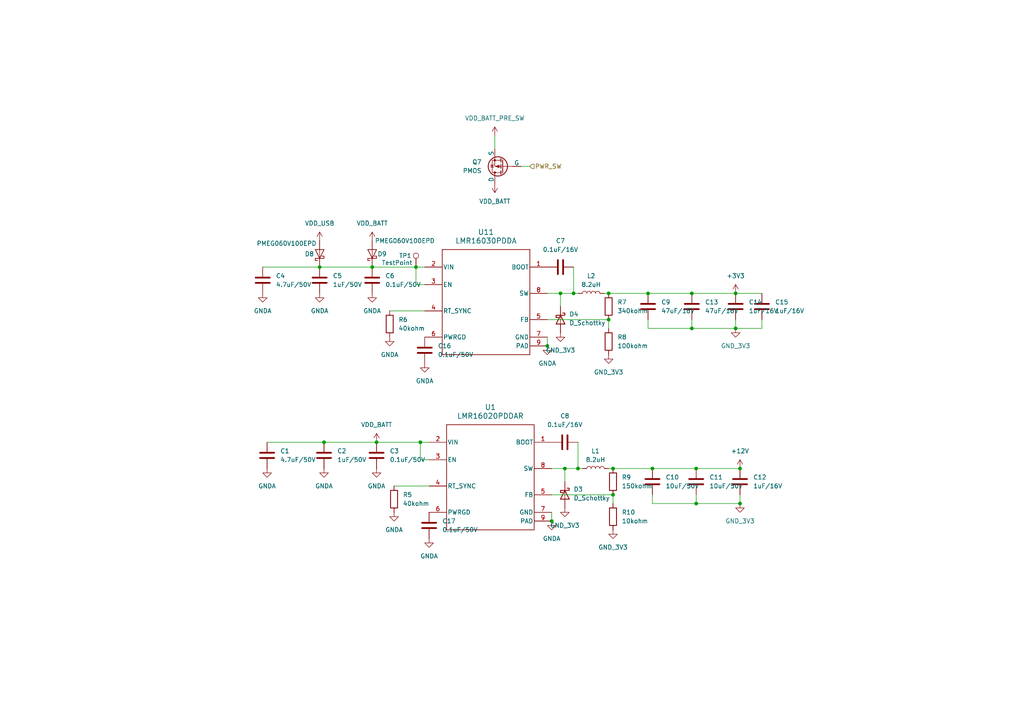
<source format=kicad_sch>
(kicad_sch (version 20231120) (generator "eeschema") (generator_version "8.0")
  (paper "A4")
  (lib_symbols
    (symbol "Connector:TestPoint" (pin_numbers hide) (pin_names (offset 0.762) hide)
      (property "Reference" "TP" (at 0 6.858 0))
      (property "Value" "TestPoint" (at 0 5.08 0))
      (symbol "TestPoint_0_1"
        (circle (center 0 3.302) (radius 0.762))
      )
      (symbol "TestPoint_1_1"
        (pin passive line (at 0 0 90) (length 2.54) (name "1") (number "1"))
      )
    )
    (symbol "Device:C" (pin_numbers hide) (pin_names (offset 0.254))
      (property "Reference" "C" (at 0.635 2.54 0))
      (property "Value" "C" (at 0.635 -2.54 0))
      (symbol "C_0_1"
        (polyline (pts (xy -2.032 -0.762) (xy 2.032 -0.762)) (stroke (width 0.508)))
        (polyline (pts (xy -2.032 0.762) (xy 2.032 0.762)) (stroke (width 0.508)))
      )
      (symbol "C_1_1"
        (pin passive line (at 0 3.81 270) (length 2.794) (name "~") (number "1"))
        (pin passive line (at 0 -3.81 90) (length 2.794) (name "~") (number "2"))
      )
    )
    (symbol "Device:D_Schottky" (pin_numbers hide) (pin_names (offset 1.016) hide)
      (property "Reference" "D" (at 0 2.54 0))
      (property "Value" "D_Schottky" (at 0 -2.54 0))
      (symbol "D_Schottky_0_1"
        (polyline (pts (xy 1.27 0) (xy -1.27 0)))
        (polyline (pts (xy 1.27 1.27) (xy 1.27 -1.27) (xy -1.27 0) (xy 1.27 1.27)) (stroke (width 0.254)))
        (polyline (pts (xy -1.905 0.635) (xy -1.905 1.27) (xy -1.27 1.27) (xy -1.27 -1.27) (xy -0.635 -1.27) (xy -0.635 -0.635)) (stroke (width 0.254)))
      )
      (symbol "D_Schottky_1_1"
        (pin passive line (at -3.81 0 0) (length 2.54) (name "K") (number "1"))
        (pin passive line (at 3.81 0 180) (length 2.54) (name "A") (number "2"))
      )
    )
    (symbol "Device:L" (pin_numbers hide) (pin_names (offset 1.016) hide)
      (property "Reference" "L" (at -1.27 0 90))
      (property "Value" "L" (at 1.905 0 90))
      (symbol "L_0_1"
        (arc (start 0 -2.54) (mid 0.6323 -1.905) (end 0 -1.27))
        (arc (start 0 -1.27) (mid 0.6323 -0.635) (end 0 0))
        (arc (start 0 0) (mid 0.6323 0.635) (end 0 1.27))
        (arc (start 0 1.27) (mid 0.6323 1.905) (end 0 2.54))
      )
      (symbol "L_1_1"
        (pin passive line (at 0 3.81 270) (length 1.27) (name "1") (number "1"))
        (pin passive line (at 0 -3.81 90) (length 1.27) (name "2") (number "2"))
      )
    )
    (symbol "Device:R" (pin_numbers hide) (pin_names (offset 0))
      (property "Reference" "R" (at 2.032 0 90))
      (property "Value" "R" (at 0 0 90))
      (symbol "R_0_1"
        (rectangle (start -1.016 -2.54) (end 1.016 2.54) (stroke (width 0.254)))
      )
      (symbol "R_1_1"
        (pin passive line (at 0 3.81 270) (length 1.27) (name "~") (number "1"))
        (pin passive line (at 0 -3.81 90) (length 1.27) (name "~") (number "2"))
      )
    )
    (symbol "Diode:PMEG060V100EPD" (pin_numbers hide) (pin_names hide)
      (property "Reference" "D" (at 0 2.54 0))
      (property "Value" "PMEG060V100EPD" (at 0 -2.54 0))
      (symbol "PMEG060V100EPD_0_1"
        (polyline (pts (xy 1.27 0) (xy -1.27 0)))
        (polyline (pts (xy 1.27 1.27) (xy 1.27 -1.27) (xy -1.27 0) (xy 1.27 1.27)) (stroke (width 0.2032)))
        (polyline (pts (xy -1.905 0.635) (xy -1.905 1.27) (xy -1.27 1.27) (xy -1.27 -1.27) (xy -0.635 -1.27) (xy -0.635 -0.635)) (stroke (width 0.2032)))
      )
      (symbol "PMEG060V100EPD_1_1"
        (pin passive line (at 3.81 0 180) (length 2.54) (name "A") (number "1"))
        (pin passive line (at 3.81 0 180) (length 2.54) hide (name "A") (number "2"))
        (pin passive line (at -3.81 0 0) (length 2.54) (name "K") (number "3"))
      )
    )
    (symbol "LMR16020PDDAR:LMR16020PDDAR" (pin_names (offset 0.254))
      (property "Reference" "U" (at 0 2.54 0))
      (property "Value" "LMR16020PDDAR" (at 0 0 0))
      (symbol "LMR16020PDDAR_0_1"
        (polyline (pts (xy -12.7 -15.24) (xy 12.7 -15.24)) (stroke (width 0.2032)))
        (polyline (pts (xy -12.7 15.24) (xy -12.7 -15.24)) (stroke (width 0.2032)))
        (polyline (pts (xy 12.7 -15.24) (xy 12.7 15.24)) (stroke (width 0.2032)))
        (polyline (pts (xy 12.7 15.24) (xy -12.7 15.24)) (stroke (width 0.2032)))
        (pin unspecified line (at 17.78 10.16 180) (length 5.08) (name "BOOT") (number "1"))
        (pin power_in line (at -17.78 10.16 0) (length 5.08) (name "VIN") (number "2"))
        (pin input line (at -17.78 5.08 0) (length 5.08) (name "EN") (number "3"))
        (pin unspecified line (at -17.78 -2.54 0) (length 5.08) (name "RT_SYNC") (number "4"))
        (pin input line (at 17.78 -5.08 180) (length 5.08) (name "FB") (number "5"))
        (pin output line (at -17.78 -10.16 0) (length 5.08) (name "PWRGD") (number "6"))
        (pin power_in line (at 17.78 -10.16 180) (length 5.08) (name "GND") (number "7"))
        (pin power_in line (at 17.78 2.54 180) (length 5.08) (name "SW") (number "8"))
        (pin power_in line (at 17.78 -12.7 180) (length 5.08) (name "PAD") (number "9"))
      )
    )
    (symbol "LMR16030PDDA:LMR16030PDDA" (pin_names (offset 0.254))
      (property "Reference" "U" (at 0 2.54 0))
      (property "Value" "LMR16030PDDA" (at 0 0 0))
      (symbol "LMR16030PDDA_0_1"
        (polyline (pts (xy -12.7 -15.24) (xy 12.7 -15.24)) (stroke (width 0.2032)))
        (polyline (pts (xy -12.7 15.24) (xy -12.7 -15.24)) (stroke (width 0.2032)))
        (polyline (pts (xy 12.7 -15.24) (xy 12.7 15.24)) (stroke (width 0.2032)))
        (polyline (pts (xy 12.7 15.24) (xy -12.7 15.24)) (stroke (width 0.2032)))
        (pin unspecified line (at 17.78 10.16 180) (length 5.08) (name "BOOT") (number "1"))
        (pin power_in line (at -17.78 10.16 0) (length 5.08) (name "VIN") (number "2"))
        (pin input line (at -17.78 5.08 0) (length 5.08) (name "EN") (number "3"))
        (pin unspecified line (at -17.78 -2.54 0) (length 5.08) (name "RT_SYNC") (number "4"))
        (pin input line (at 17.78 -5.08 180) (length 5.08) (name "FB") (number "5"))
        (pin output line (at -17.78 -10.16 0) (length 5.08) (name "PWRGD") (number "6"))
        (pin power_in line (at 17.78 -10.16 180) (length 5.08) (name "GND") (number "7"))
        (pin power_in line (at 17.78 2.54 180) (length 5.08) (name "SW") (number "8"))
        (pin power_in line (at 17.78 -12.7 180) (length 5.08) (name "PAD") (number "9"))
      )
    )
    (symbol "Simulation_SPICE:PMOS" (pin_numbers hide) (pin_names (offset 0))
      (property "Reference" "Q" (at 5.08 1.27 0))
      (property "Value" "PMOS" (at 5.08 -1.27 0))
      (symbol "PMOS_0_1"
        (polyline (pts (xy 0.254 0) (xy -2.54 0)))
        (polyline (pts (xy 0.254 1.905) (xy 0.254 -1.905)) (stroke (width 0.254)))
        (polyline (pts (xy 0.762 -1.27) (xy 0.762 -2.286)) (stroke (width 0.254)))
        (polyline (pts (xy 0.762 0.508) (xy 0.762 -0.508)) (stroke (width 0.254)))
        (polyline (pts (xy 0.762 2.286) (xy 0.762 1.27)) (stroke (width 0.254)))
        (polyline (pts (xy 2.54 2.54) (xy 2.54 1.778)))
        (polyline (pts (xy 2.54 -2.54) (xy 2.54 0) (xy 0.762 0)))
        (polyline (pts (xy 0.762 1.778) (xy 3.302 1.778) (xy 3.302 -1.778) (xy 0.762 -1.778)))
        (polyline (pts (xy 2.286 0) (xy 1.27 0.381) (xy 1.27 -0.381) (xy 2.286 0)) (fill (type outline)))
        (polyline (pts (xy 2.794 -0.508) (xy 2.921 -0.381) (xy 3.683 -0.381) (xy 3.81 -0.254)))
        (polyline (pts (xy 3.302 -0.381) (xy 2.921 0.254) (xy 3.683 0.254) (xy 3.302 -0.381)))
        (circle (center 1.651 0) (radius 2.794) (stroke (width 0.254)))
        (circle (center 2.54 -1.778) (radius 0.254) (fill (type outline)))
        (circle (center 2.54 1.778) (radius 0.254) (fill (type outline)))
      )
      (symbol "PMOS_1_1"
        (pin passive line (at 2.54 5.08 270) (length 2.54) (name "D") (number "1"))
        (pin input line (at -5.08 0 0) (length 2.54) (name "G") (number "2"))
        (pin passive line (at 2.54 -5.08 90) (length 2.54) (name "S") (number "3"))
      )
    )
    (symbol "power:+3V3" (power) (pin_numbers hide) (pin_names (offset 0) hide)
      (property "Value" "+3V3" (at 0 3.556 0))
      (symbol "+3V3_0_1"
        (polyline (pts (xy -0.762 1.27) (xy 0 2.54)))
        (polyline (pts (xy 0 0) (xy 0 2.54)))
        (polyline (pts (xy 0 2.54) (xy 0.762 1.27)))
      )
      (symbol "+3V3_1_1"
        (pin power_in line (at 0 0 90) (length 0) (name "~") (number "1"))
      )
    )
    (symbol "power:GND" (power) (pin_numbers hide) (pin_names (offset 0) hide)
      (property "Value" "GND" (at 0 -3.81 0))
      (symbol "GND_0_1"
        (polyline (pts (xy 0 0) (xy 0 -1.27) (xy 1.27 -1.27) (xy 0 -2.54) (xy -1.27 -1.27) (xy 0 -1.27)))
      )
      (symbol "GND_1_1"
        (pin power_in line (at 0 0 270) (length 0) (name "~") (number "1"))
      )
    )
    (symbol "power:GNDA" (power) (pin_numbers hide) (pin_names (offset 0) hide)
      (property "Value" "GNDA" (at 0 -3.81 0))
      (symbol "GNDA_0_1"
        (polyline (pts (xy 0 0) (xy 0 -1.27) (xy 1.27 -1.27) (xy 0 -2.54) (xy -1.27 -1.27) (xy 0 -1.27)))
      )
      (symbol "GNDA_1_1"
        (pin power_in line (at 0 0 270) (length 0) (name "~") (number "1"))
      )
    )
  )
  (junction (at 214.63 135.89))
  (junction (at 176.53 92.71))
  (junction (at 176.53 85.09))
  (junction (at 163.83 135.89))
  (junction (at 93.98 128.27))
  (junction (at 201.93 146.05))
  (junction (at 200.66 85.09))
  (junction (at 177.8 135.89))
  (junction (at 213.36 85.09))
  (junction (at 177.8 143.51))
  (junction (at 158.75 100.33))
  (junction (at 187.96 85.09))
  (junction (at 214.63 146.05))
  (junction (at 189.23 135.89))
  (junction (at 162.56 85.09))
  (junction (at 160.02 151.13))
  (junction (at 200.66 95.25))
  (junction (at 167.64 135.89))
  (junction (at 107.95 77.47))
  (junction (at 109.22 128.27))
  (junction (at 92.71 77.47))
  (junction (at 213.36 95.25))
  (junction (at 201.93 135.89))
  (junction (at 120.65 77.47))
  (junction (at 166.37 85.09))
  (junction (at 121.92 128.27))
  (wire (pts (xy 177.8 143.51) (xy 177.8 146.05)))
  (wire (pts (xy 175.26 85.09) (xy 176.53 85.09)))
  (wire (pts (xy 189.23 135.89) (xy 201.93 135.89)))
  (wire (pts (xy 123.19 82.55) (xy 120.65 82.55)))
  (wire (pts (xy 176.53 92.71) (xy 176.53 95.25)))
  (wire (pts (xy 121.92 133.35) (xy 121.92 128.27)))
  (wire (pts (xy 167.64 85.09) (xy 166.37 85.09)))
  (wire (pts (xy 187.96 85.09) (xy 200.66 85.09)))
  (wire (pts (xy 201.93 143.51) (xy 201.93 146.05)))
  (wire (pts (xy 76.2 77.47) (xy 92.71 77.47)))
  (wire (pts (xy 187.96 95.25) (xy 187.96 92.71)))
  (wire (pts (xy 168.91 135.89) (xy 167.64 135.89)))
  (wire (pts (xy 160.02 148.59) (xy 160.02 151.13)))
  (wire (pts (xy 77.47 128.27) (xy 93.98 128.27)))
  (wire (pts (xy 109.22 128.27) (xy 121.92 128.27)))
  (wire (pts (xy 120.65 77.47) (xy 123.19 77.47)))
  (wire (pts (xy 200.66 85.09) (xy 213.36 85.09)))
  (wire (pts (xy 92.71 77.47) (xy 107.95 77.47)))
  (wire (pts (xy 220.98 92.71) (xy 220.98 95.25)))
  (wire (pts (xy 201.93 135.89) (xy 214.63 135.89)))
  (wire (pts (xy 120.65 82.55) (xy 120.65 77.47)))
  (wire (pts (xy 162.56 85.09) (xy 158.75 85.09)))
  (wire (pts (xy 177.8 135.89) (xy 189.23 135.89)))
  (wire (pts (xy 220.98 95.25) (xy 213.36 95.25)))
  (wire (pts (xy 176.53 85.09) (xy 187.96 85.09)))
  (wire (pts (xy 160.02 143.51) (xy 177.8 143.51)))
  (wire (pts (xy 189.23 146.05) (xy 201.93 146.05)))
  (wire (pts (xy 214.63 146.05) (xy 201.93 146.05)))
  (wire (pts (xy 187.96 95.25) (xy 200.66 95.25)))
  (wire (pts (xy 213.36 95.25) (xy 200.66 95.25)))
  (wire (pts (xy 121.92 128.27) (xy 124.46 128.27)))
  (wire (pts (xy 176.53 135.89) (xy 177.8 135.89)))
  (wire (pts (xy 214.63 143.51) (xy 214.63 146.05)))
  (wire (pts (xy 166.37 77.47) (xy 166.37 85.09)))
  (wire (pts (xy 167.64 128.27) (xy 167.64 135.89)))
  (wire (pts (xy 158.75 97.79) (xy 158.75 100.33)))
  (wire (pts (xy 153.67 48.26) (xy 151.13 48.26)))
  (wire (pts (xy 200.66 92.71) (xy 200.66 95.25)))
  (wire (pts (xy 163.83 135.89) (xy 160.02 135.89)))
  (wire (pts (xy 163.83 135.89) (xy 163.83 139.7)))
  (wire (pts (xy 114.3 140.97) (xy 124.46 140.97)))
  (wire (pts (xy 143.51 39.37) (xy 143.51 43.18)))
  (wire (pts (xy 167.64 135.89) (xy 163.83 135.89)))
  (wire (pts (xy 166.37 85.09) (xy 162.56 85.09)))
  (wire (pts (xy 124.46 133.35) (xy 121.92 133.35)))
  (wire (pts (xy 189.23 146.05) (xy 189.23 143.51)))
  (wire (pts (xy 213.36 92.71) (xy 213.36 95.25)))
  (wire (pts (xy 158.75 92.71) (xy 176.53 92.71)))
  (wire (pts (xy 113.03 90.17) (xy 123.19 90.17)))
  (wire (pts (xy 107.95 77.47) (xy 120.65 77.47)))
  (wire (pts (xy 162.56 85.09) (xy 162.56 88.9)))
  (wire (pts (xy 93.98 128.27) (xy 109.22 128.27)))
  (wire (pts (xy 213.36 85.09) (xy 220.98 85.09)))
  (hierarchical_label "PWR_SW" (shape input) (at 153.67 48.26 0))
  (symbol (lib_id "power:+3V3") (at 109.22 128.27 0) (unit 1)
    (property "Reference" "#PWR024" (effects (hide yes)))
    (property "Value" "VDD_BATT" (at 109.22 123.19 0))
    (property "Description" "Power symbol creates a global label with name \"+3V3\"" (effects (hide yes)))
  )
  (symbol (lib_id "Device:C") (at 123.19 101.6 0) (unit 1)
    (property "Reference" "C16" (at 127 100.3299 0) (effects (justify left)))
    (property "Value" "0.1uF/50V" (at 127 102.8699 0) (effects (justify left)))
    (property "Footprint" "Capacitor_SMD:C_0603_1608Metric" (effects (hide yes)))
    (property "Description" "Unpolarized capacitor" (effects (hide yes)))
  )
  (symbol (lib_id "Device:C") (at 163.83 128.27 270) (unit 1)
    (property "Reference" "C8" (at 163.83 120.65 90))
    (property "Value" "0.1uF/16V" (at 163.83 123.19 90))
    (property "Footprint" "Capacitor_SMD:C_0603_1608Metric" (effects (hide yes)))
    (property "Description" "Unpolarized capacitor" (effects (hide yes)))
  )
  (symbol (lib_id "power:GNDA") (at 93.98 135.89 0) (unit 1)
    (property "Reference" "#PWR023" (effects (hide yes)))
    (property "Value" "GNDA" (at 93.98 140.97 0))
    (property "Description" "Power symbol creates a global label with name \"GNDA\" , analog ground" (effects (hide yes)))
  )
  (symbol (lib_id "power:GNDA") (at 124.46 156.21 0) (unit 1)
    (property "Reference" "#PWR043" (effects (hide yes)))
    (property "Value" "GNDA" (at 124.46 161.29 0))
    (property "Description" "Power symbol creates a global label with name \"GNDA\" , analog ground" (effects (hide yes)))
  )
  (symbol (lib_id "Device:R") (at 113.03 93.98 0) (unit 1)
    (property "Reference" "R6" (at 115.57 92.7099 0) (effects (justify left)))
    (property "Value" "40kohm" (at 115.57 95.2499 0) (effects (justify left)))
    (property "Footprint" "Resistor_SMD:R_0603_1608Metric" (effects (hide yes)))
    (property "Description" "Resistor" (effects (hide yes)))
  )
  (symbol (lib_id "power:GND") (at 177.8 153.67 0) (unit 1)
    (property "Reference" "#PWR034" (effects (hide yes)))
    (property "Value" "GND_3V3" (at 177.8 158.75 0))
    (property "Description" "Power symbol creates a global label with name \"GND\" , ground" (effects (hide yes)))
  )
  (symbol (lib_id "power:GND") (at 162.56 96.52 0) (unit 1)
    (property "Reference" "#PWR038" (effects (hide yes)))
    (property "Value" "GND_3V3" (at 162.56 101.6 0))
    (property "Description" "Power symbol creates a global label with name \"GND\" , ground" (effects (hide yes)))
  )
  (symbol (lib_id "Device:R") (at 176.53 88.9 180) (unit 1)
    (property "Reference" "R7" (at 179.07 87.6299 0) (effects (justify right)))
    (property "Value" "340kohm" (at 179.07 90.1699 0) (effects (justify right)))
    (property "Footprint" "Resistor_SMD:R_0603_1608Metric" (effects (hide yes)))
    (property "Description" "Resistor" (effects (hide yes)))
  )
  (symbol (lib_id "Device:D_Schottky") (at 162.56 92.71 270) (unit 1)
    (property "Reference" "D4" (at 165.1 91.1224 90) (effects (justify left)))
    (property "Value" "D_Schottky" (at 165.1 93.6624 90) (effects (justify left)))
    (property "Footprint" "Diode_SMD:Nexperia_CFP3_SOD-123W" (effects (hide yes)))
    (property "Datasheet" "https://www.digikey.ca/en/products/detail/onsemi/SS24FL/5305066" (effects (hide yes)))
    (property "Description" "Schottky diode" (effects (hide yes)))
  )
  (symbol (lib_id "Connector:TestPoint") (at 120.65 77.47 0) (unit 1)
    (property "Reference" "TP1" (at 119.38 74.168 0) (effects (justify right)))
    (property "Value" "TestPoint" (at 119.634 76.2 0) (effects (justify right)))
    (property "Footprint" "Connector_PinHeader_2.54mm:PinHeader_1x02_P2.54mm_Vertical" (effects (hide yes)))
    (property "Description" "test point" (effects (hide yes)))
  )
  (symbol (lib_id "power:GND") (at 214.63 146.05 0) (unit 1)
    (property "Reference" "#PWR036" (effects (hide yes)))
    (property "Value" "GND_3V3" (at 214.63 151.13 0))
    (property "Description" "Power symbol creates a global label with name \"GND\" , ground" (effects (hide yes)))
  )
  (symbol (lib_id "power:+3V3") (at 213.36 85.09 0) (unit 1)
    (property "Reference" "#PWR040" (effects (hide yes)))
    (property "Value" "+3V3" (at 213.36 80.01 0))
    (property "Description" "Power symbol creates a global label with name \"+3V3\"" (effects (hide yes)))
  )
  (symbol (lib_id "Device:L") (at 171.45 85.09 90) (unit 1)
    (property "Reference" "L2" (at 171.45 80.01 90))
    (property "Value" "8.2uH" (at 171.45 82.55 90))
    (property "Footprint" "Inductor_SMD:L_Wuerth_MAPI-4030" (effects (hide yes)))
    (property "Datasheet" "74438357082" (effects (hide yes)))
    (property "Description" "Inductor" (effects (hide yes)))
    (property "MANUF_PN" "74438357082" (effects (hide yes)))
  )
  (symbol (lib_id "Device:D_Schottky") (at 163.83 143.51 270) (unit 1)
    (property "Reference" "D3" (at 166.37 141.9224 90) (effects (justify left)))
    (property "Value" "D_Schottky" (at 166.37 144.4624 90) (effects (justify left)))
    (property "Footprint" "Diode_SMD:Nexperia_CFP3_SOD-123W" (effects (hide yes)))
    (property "Datasheet" "https://www.digikey.ca/en/products/detail/onsemi/SS24FL/5305066" (effects (hide yes)))
    (property "Description" "Schottky diode" (effects (hide yes)))
  )
  (symbol (lib_id "Device:C") (at 200.66 88.9 0) (unit 1)
    (property "Reference" "C13" (at 204.47 87.6299 0) (effects (justify left)))
    (property "Value" "47uF/16V" (at 204.47 90.1699 0) (effects (justify left)))
    (property "Footprint" "Capacitor_SMD:C_0805_2012Metric" (effects (hide yes)))
    (property "Datasheet" "C3225X7S1H106M250AB" (effects (hide yes)))
    (property "Description" "Unpolarized capacitor" (effects (hide yes)))
  )
  (symbol (lib_id "Device:R") (at 177.8 139.7 180) (unit 1)
    (property "Reference" "R9" (at 180.34 138.4299 0) (effects (justify right)))
    (property "Value" "150kohm" (at 180.34 140.9699 0) (effects (justify right)))
    (property "Footprint" "Resistor_SMD:R_0603_1608Metric" (effects (hide yes)))
    (property "Description" "Resistor" (effects (hide yes)))
  )
  (symbol (lib_id "Device:C") (at 213.36 88.9 0) (unit 1)
    (property "Reference" "C14" (at 217.17 87.6299 0) (effects (justify left)))
    (property "Value" "1uF/16V" (at 217.17 90.1699 0) (effects (justify left)))
    (property "Footprint" "Capacitor_SMD:C_0603_1608Metric" (effects (hide yes)))
    (property "Description" "Unpolarized capacitor" (effects (hide yes)))
  )
  (symbol (lib_id "power:GNDA") (at 158.75 100.33 0) (unit 1)
    (property "Reference" "#PWR037" (effects (hide yes)))
    (property "Value" "GNDA" (at 158.75 105.41 0))
    (property "Description" "Power symbol creates a global label with name \"GNDA\" , analog ground" (effects (hide yes)))
  )
  (symbol (lib_id "Device:C") (at 76.2 81.28 0) (unit 1)
    (property "Reference" "C4" (at 80.01 80.0099 0) (effects (justify left)))
    (property "Value" "4.7uF/50V" (at 80.01 82.5499 0) (effects (justify left)))
    (property "Footprint" "Capacitor_SMD:C_1210_3225Metric" (effects (hide yes)))
    (property "Description" "Unpolarized capacitor" (effects (hide yes)))
    (property "MANUF_PN" "C1210X7S101-475KNE" (effects (hide yes)))
  )
  (symbol (lib_id "power:GNDA") (at 113.03 97.79 0) (unit 1)
    (property "Reference" "#PWR033" (effects (hide yes)))
    (property "Value" "GNDA" (at 113.03 102.87 0))
    (property "Description" "Power symbol creates a global label with name \"GNDA\" , analog ground" (effects (hide yes)))
  )
  (symbol (lib_id "Device:C") (at 214.63 139.7 0) (unit 1)
    (property "Reference" "C12" (at 218.44 138.4299 0) (effects (justify left)))
    (property "Value" "1uF/16V" (at 218.44 140.9699 0) (effects (justify left)))
    (property "Footprint" "Capacitor_SMD:C_0603_1608Metric" (effects (hide yes)))
    (property "Description" "Unpolarized capacitor" (effects (hide yes)))
  )
  (symbol (lib_id "Device:C") (at 92.71 81.28 0) (unit 1)
    (property "Reference" "C5" (at 96.52 80.0099 0) (effects (justify left)))
    (property "Value" "1uF/50V" (at 96.52 82.5499 0) (effects (justify left)))
    (property "Footprint" "Capacitor_SMD:C_0603_1608Metric" (effects (hide yes)))
    (property "Description" "Unpolarized capacitor" (effects (hide yes)))
    (property "MANUF_PN" "GRM188D72A105KE01D" (effects (hide yes)))
  )
  (symbol (lib_id "power:+3V3") (at 143.51 39.37 0) (unit 1)
    (property "Reference" "#PWR0134" (effects (hide yes)))
    (property "Value" "VDD_BATT_PRE_SW" (at 143.51 34.29 0))
    (property "Description" "Power symbol creates a global label with name \"+3V3\"" (effects (hide yes)))
  )
  (symbol (lib_id "Device:C") (at 109.22 132.08 0) (unit 1)
    (property "Reference" "C3" (at 113.03 130.8099 0) (effects (justify left)))
    (property "Value" "0.1uF/50V" (at 113.03 133.3499 0) (effects (justify left)))
    (property "Footprint" "Capacitor_SMD:C_0603_1608Metric" (effects (hide yes)))
    (property "Description" "Unpolarized capacitor" (effects (hide yes)))
    (property "MANUF_PN" "C0603X7R101-104KNP" (effects (hide yes)))
  )
  (symbol (lib_id "LMR16020PDDAR:LMR16020PDDAR") (at 142.24 138.43 0) (unit 1)
    (property "Reference" "U1" (at 142.24 118.11 0) (effects (font (size 1.524 1.524))))
    (property "Value" "LMR16020PDDAR" (at 142.24 120.65 0) (effects (font (size 1.524 1.524))))
    (property "Footprint" "footprints:DDA0008E_N" (effects (hide yes)))
    (property "Datasheet" "LMR16020PDDAR" (effects (hide yes)))
    (property "MANUF_PN" "LMR16020PDDAR" (effects (hide yes)))
  )
  (symbol (lib_id "Device:C") (at 93.98 132.08 0) (unit 1)
    (property "Reference" "C2" (at 97.79 130.8099 0) (effects (justify left)))
    (property "Value" "1uF/50V" (at 97.79 133.3499 0) (effects (justify left)))
    (property "Footprint" "Capacitor_SMD:C_0603_1608Metric" (effects (hide yes)))
    (property "Description" "Unpolarized capacitor" (effects (hide yes)))
    (property "MANUF_PN" "GRM188D72A105KE01D" (effects (hide yes)))
  )
  (symbol (lib_id "Device:C") (at 187.96 88.9 0) (unit 1)
    (property "Reference" "C9" (at 191.77 87.6299 0) (effects (justify left)))
    (property "Value" "47uF/16V" (at 191.77 90.1699 0) (effects (justify left)))
    (property "Footprint" "Capacitor_SMD:C_0805_2012Metric" (effects (hide yes)))
    (property "Datasheet" "C3225X7S1H106M250AB" (effects (hide yes)))
    (property "Description" "Unpolarized capacitor" (effects (hide yes)))
  )
  (symbol (lib_id "power:GNDA") (at 123.19 105.41 0) (unit 1)
    (property "Reference" "#PWR042" (effects (hide yes)))
    (property "Value" "GNDA" (at 123.19 110.49 0))
    (property "Description" "Power symbol creates a global label with name \"GNDA\" , analog ground" (effects (hide yes)))
  )
  (symbol (lib_id "Device:R") (at 114.3 144.78 0) (unit 1)
    (property "Reference" "R5" (at 116.84 143.5099 0) (effects (justify left)))
    (property "Value" "40kohm" (at 116.84 146.0499 0) (effects (justify left)))
    (property "Footprint" "Resistor_SMD:R_0603_1608Metric" (effects (hide yes)))
    (property "Description" "Resistor" (effects (hide yes)))
  )
  (symbol (lib_id "power:GNDA") (at 76.2 85.09 0) (unit 1)
    (property "Reference" "#PWR027" (effects (hide yes)))
    (property "Value" "GNDA" (at 76.2 90.17 0))
    (property "Description" "Power symbol creates a global label with name \"GNDA\" , analog ground" (effects (hide yes)))
  )
  (symbol (lib_id "power:GNDA") (at 160.02 151.13 0) (unit 1)
    (property "Reference" "#PWR031" (effects (hide yes)))
    (property "Value" "GNDA" (at 160.02 156.21 0))
    (property "Description" "Power symbol creates a global label with name \"GNDA\" , analog ground" (effects (hide yes)))
  )
  (symbol (lib_id "Device:L") (at 172.72 135.89 90) (unit 1)
    (property "Reference" "L1" (at 172.72 130.81 90))
    (property "Value" "8.2uH" (at 172.72 133.35 90))
    (property "Footprint" "Inductor_SMD:L_Wuerth_MAPI-4030" (effects (hide yes)))
    (property "Datasheet" "74438357082" (effects (hide yes)))
    (property "Description" "Inductor" (effects (hide yes)))
    (property "MANUF_PN" "74438357082" (effects (hide yes)))
  )
  (symbol (lib_id "power:GNDA") (at 109.22 135.89 0) (unit 1)
    (property "Reference" "#PWR025" (effects (hide yes)))
    (property "Value" "GNDA" (at 109.22 140.97 0))
    (property "Description" "Power symbol creates a global label with name \"GNDA\" , analog ground" (effects (hide yes)))
  )
  (symbol (lib_id "Simulation_SPICE:PMOS") (at 146.05 48.26 180) (unit 1)
    (property "Reference" "Q7" (at 139.7 46.9899 0) (effects (justify left)))
    (property "Value" "PMOS" (at 139.7 49.5299 0) (effects (justify left)))
    (property "Footprint" "Package_TO_SOT_THT:TO-220-3_Horizontal_TabDown" (effects (hide yes)))
    (property "Datasheet" "https://ngspice.sourceforge.io/docs/ngspice-html-manual/manual.xhtml#cha_MOSFETs" (effects (hide yes)))
    (property "Description" "P-MOSFET transistor, drain/source/gate" (effects (hide yes)))
    (property "Sim.Device" "PMOS" (effects (hide yes)))
    (property "Sim.Type" "VDMOS" (effects (hide yes)))
    (property "Sim.Pins" "1=D 2=G 3=S" (effects (hide yes)))
    (property "MANUF_PN" "SPP80P06PHXKSA1" (effects (hide yes)))
  )
  (symbol (lib_id "Device:C") (at 189.23 139.7 0) (unit 1)
    (property "Reference" "C10" (at 193.04 138.4299 0) (effects (justify left)))
    (property "Value" "10uF/50V" (at 193.04 140.9699 0) (effects (justify left)))
    (property "Footprint" "Capacitor_SMD:C_0603_1608Metric" (effects (hide yes)))
    (property "Datasheet" "C3225X7S1H106M250AB" (effects (hide yes)))
    (property "Description" "Unpolarized capacitor" (effects (hide yes)))
  )
  (symbol (lib_id "Device:C") (at 162.56 77.47 270) (unit 1)
    (property "Reference" "C7" (at 162.56 69.85 90))
    (property "Value" "0.1uF/16V" (at 162.56 72.39 90))
    (property "Footprint" "Capacitor_SMD:C_0603_1608Metric" (effects (hide yes)))
    (property "Description" "Unpolarized capacitor" (effects (hide yes)))
  )
  (symbol (lib_id "Device:C") (at 220.98 88.9 0) (unit 1)
    (property "Reference" "C15" (at 224.79 87.6299 0) (effects (justify left)))
    (property "Value" "1uF/16V" (at 224.79 90.1699 0) (effects (justify left)))
    (property "Footprint" "Capacitor_SMD:C_0603_1608Metric" (effects (hide yes)))
    (property "Description" "Unpolarized capacitor" (effects (hide yes)))
  )
  (symbol (lib_id "power:+3V3") (at 92.71 69.85 0) (unit 1)
    (property "Reference" "#PWR078" (effects (hide yes)))
    (property "Value" "VDD_USB" (at 92.71 64.77 0))
    (property "Description" "Power symbol creates a global label with name \"+3V3\"" (effects (hide yes)))
  )
  (symbol (lib_id "power:GNDA") (at 77.47 135.89 0) (unit 1)
    (property "Reference" "#PWR022" (effects (hide yes)))
    (property "Value" "GNDA" (at 77.47 140.97 0))
    (property "Description" "Power symbol creates a global label with name \"GNDA\" , analog ground" (effects (hide yes)))
  )
  (symbol (lib_id "power:GNDA") (at 92.71 85.09 0) (unit 1)
    (property "Reference" "#PWR028" (effects (hide yes)))
    (property "Value" "GNDA" (at 92.71 90.17 0))
    (property "Description" "Power symbol creates a global label with name \"GNDA\" , analog ground" (effects (hide yes)))
  )
  (symbol (lib_id "Device:R") (at 177.8 149.86 180) (unit 1)
    (property "Reference" "R10" (at 180.34 148.5899 0) (effects (justify right)))
    (property "Value" "10kohm" (at 180.34 151.1299 0) (effects (justify right)))
    (property "Footprint" "Resistor_SMD:R_0603_1608Metric" (effects (hide yes)))
    (property "Description" "Resistor" (effects (hide yes)))
  )
  (symbol (lib_id "Device:C") (at 201.93 139.7 0) (unit 1)
    (property "Reference" "C11" (at 205.74 138.4299 0) (effects (justify left)))
    (property "Value" "10uF/50V" (at 205.74 140.9699 0) (effects (justify left)))
    (property "Footprint" "Capacitor_SMD:C_0603_1608Metric" (effects (hide yes)))
    (property "Datasheet" "C3225X7S1H106M250AB" (effects (hide yes)))
    (property "Description" "Unpolarized capacitor" (effects (hide yes)))
  )
  (symbol (lib_id "Device:C") (at 124.46 152.4 0) (unit 1)
    (property "Reference" "C17" (at 128.27 151.1299 0) (effects (justify left)))
    (property "Value" "0.1uF/50V" (at 128.27 153.6699 0) (effects (justify left)))
    (property "Footprint" "Capacitor_SMD:C_0603_1608Metric" (effects (hide yes)))
    (property "Description" "Unpolarized capacitor" (effects (hide yes)))
  )
  (symbol (lib_id "power:GNDA") (at 114.3 148.59 0) (unit 1)
    (property "Reference" "#PWR026" (effects (hide yes)))
    (property "Value" "GNDA" (at 114.3 153.67 0))
    (property "Description" "Power symbol creates a global label with name \"GNDA\" , analog ground" (effects (hide yes)))
  )
  (symbol (lib_id "power:GNDA") (at 107.95 85.09 0) (unit 1)
    (property "Reference" "#PWR030" (effects (hide yes)))
    (property "Value" "GNDA" (at 107.95 90.17 0))
    (property "Description" "Power symbol creates a global label with name \"GNDA\" , analog ground" (effects (hide yes)))
  )
  (symbol (lib_id "power:GND") (at 163.83 147.32 0) (unit 1)
    (property "Reference" "#PWR032" (effects (hide yes)))
    (property "Value" "GND_3V3" (at 163.83 152.4 0))
    (property "Description" "Power symbol creates a global label with name \"GND\" , ground" (effects (hide yes)))
  )
  (symbol (lib_id "power:GND") (at 213.36 95.25 0) (unit 1)
    (property "Reference" "#PWR041" (effects (hide yes)))
    (property "Value" "GND_3V3" (at 213.36 100.33 0))
    (property "Description" "Power symbol creates a global label with name \"GND\" , ground" (effects (hide yes)))
  )
  (symbol (lib_id "power:GND") (at 176.53 102.87 0) (unit 1)
    (property "Reference" "#PWR039" (effects (hide yes)))
    (property "Value" "GND_3V3" (at 176.53 107.95 0))
    (property "Description" "Power symbol creates a global label with name \"GND\" , ground" (effects (hide yes)))
  )
  (symbol (lib_id "Device:C") (at 77.47 132.08 0) (unit 1)
    (property "Reference" "C1" (at 81.28 130.8099 0) (effects (justify left)))
    (property "Value" "4.7uF/50V" (at 81.28 133.3499 0) (effects (justify left)))
    (property "Footprint" "Capacitor_SMD:C_1210_3225Metric" (effects (hide yes)))
    (property "Description" "Unpolarized capacitor" (effects (hide yes)))
    (property "MANUF_PN" "C1210X7S101-475KNE" (effects (hide yes)))
  )
  (symbol (lib_id "power:+3V3") (at 143.51 53.34 180) (unit 1)
    (property "Reference" "#PWR0135" (effects (hide yes)))
    (property "Value" "VDD_BATT" (at 143.51 58.42 0))
    (property "Description" "Power symbol creates a global label with name \"+3V3\"" (effects (hide yes)))
  )
  (symbol (lib_id "Device:C") (at 107.95 81.28 0) (unit 1)
    (property "Reference" "C6" (at 111.76 80.0099 0) (effects (justify left)))
    (property "Value" "0.1uF/50V" (at 111.76 82.5499 0) (effects (justify left)))
    (property "Footprint" "Capacitor_SMD:C_0603_1608Metric" (effects (hide yes)))
    (property "Description" "Unpolarized capacitor" (effects (hide yes)))
    (property "MANUF_PN" "C0603X7R101-104KNP" (effects (hide yes)))
  )
  (symbol (lib_id "Diode:PMEG060V100EPD") (at 107.95 73.66 90) (unit 1)
    (property "Reference" "D9" (at 109.474 73.66 90) (effects (justify right)))
    (property "Value" "PMEG060V100EPD" (at 108.712 69.85 90) (effects (justify right)))
    (property "Footprint" "Package_TO_SOT_SMD:Nexperia_CFP15_SOT-1289" (effects (hide yes)))
    (property "Datasheet" "https://assets.nexperia.com/documents/data-sheet/PMEG060V100EPD.pdf" (effects (hide yes)))
    (property "Description" "60V, 10A low Vf MEGA Schottky barrier rectifier, SOT-1289" (effects (hide yes)))
  )
  (symbol (lib_id "Device:R") (at 176.53 99.06 180) (unit 1)
    (property "Reference" "R8" (at 179.07 97.7899 0) (effects (justify right)))
    (property "Value" "100kohm" (at 179.07 100.3299 0) (effects (justify right)))
    (property "Footprint" "Resistor_SMD:R_0603_1608Metric" (effects (hide yes)))
    (property "Description" "Resistor" (effects (hide yes)))
  )
  (symbol (lib_id "Diode:PMEG060V100EPD") (at 92.71 73.66 90) (unit 1)
    (property "Reference" "D8" (at 88.392 73.66 90) (effects (justify right)))
    (property "Value" "PMEG060V100EPD" (at 74.422 70.612 90) (effects (justify right)))
    (property "Footprint" "Package_TO_SOT_SMD:Nexperia_CFP15_SOT-1289" (effects (hide yes)))
    (property "Datasheet" "https://assets.nexperia.com/documents/data-sheet/PMEG060V100EPD.pdf" (effects (hide yes)))
    (property "Description" "60V, 10A low Vf MEGA Schottky barrier rectifier, SOT-1289" (effects (hide yes)))
  )
  (symbol (lib_id "power:+3V3") (at 214.63 135.89 0) (unit 1)
    (property "Reference" "#PWR035" (effects (hide yes)))
    (property "Value" "+12V" (at 214.63 130.81 0))
    (property "Description" "Power symbol creates a global label with name \"+3V3\"" (effects (hide yes)))
  )
  (symbol (lib_id "power:+3V3") (at 107.95 69.85 0) (unit 1)
    (property "Reference" "#PWR029" (effects (hide yes)))
    (property "Value" "VDD_BATT" (at 107.95 64.77 0))
    (property "Description" "Power symbol creates a global label with name \"+3V3\"" (effects (hide yes)))
  )
  (symbol (lib_id "LMR16030PDDA:LMR16030PDDA") (at 140.97 87.63 0) (unit 1)
    (property "Reference" "U11" (at 140.97 67.31 0) (effects (font (size 1.524 1.524))))
    (property "Value" "LMR16030PDDA" (at 140.97 69.85 0) (effects (font (size 1.524 1.524))))
    (property "Footprint" "DDA0008E_N" (effects (hide yes)))
    (property "Datasheet" "LMR16030PDDA" (effects (hide yes)))
    (property "MANUF_PN" "LMR16030PDDA" (effects (hide yes)))
  )
)
</source>
